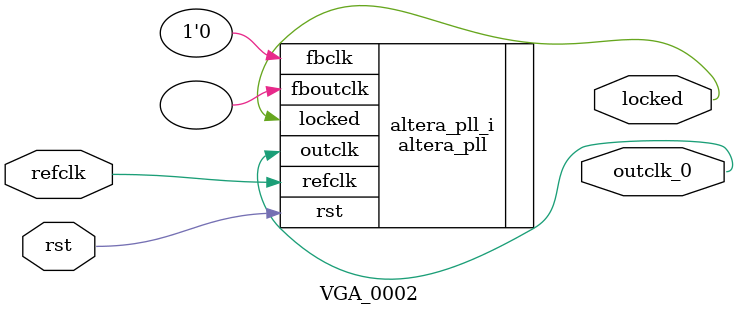
<source format=v>
`timescale 1ns/10ps
module  VGA_0002(

	// interface 'refclk'
	input wire refclk,

	// interface 'reset'
	input wire rst,

	// interface 'outclk0'
	output wire outclk_0,

	// interface 'locked'
	output wire locked
);

	altera_pll #(
		.fractional_vco_multiplier("false"),
		.reference_clock_frequency("50.0 MHz"),
		.operation_mode("direct"),
		.number_of_clocks(1),
		.output_clock_frequency0("25.175644 MHz"),
		.phase_shift0("0 ps"),
		.duty_cycle0(50),
		.output_clock_frequency1("0 MHz"),
		.phase_shift1("0 ps"),
		.duty_cycle1(50),
		.output_clock_frequency2("0 MHz"),
		.phase_shift2("0 ps"),
		.duty_cycle2(50),
		.output_clock_frequency3("0 MHz"),
		.phase_shift3("0 ps"),
		.duty_cycle3(50),
		.output_clock_frequency4("0 MHz"),
		.phase_shift4("0 ps"),
		.duty_cycle4(50),
		.output_clock_frequency5("0 MHz"),
		.phase_shift5("0 ps"),
		.duty_cycle5(50),
		.output_clock_frequency6("0 MHz"),
		.phase_shift6("0 ps"),
		.duty_cycle6(50),
		.output_clock_frequency7("0 MHz"),
		.phase_shift7("0 ps"),
		.duty_cycle7(50),
		.output_clock_frequency8("0 MHz"),
		.phase_shift8("0 ps"),
		.duty_cycle8(50),
		.output_clock_frequency9("0 MHz"),
		.phase_shift9("0 ps"),
		.duty_cycle9(50),
		.output_clock_frequency10("0 MHz"),
		.phase_shift10("0 ps"),
		.duty_cycle10(50),
		.output_clock_frequency11("0 MHz"),
		.phase_shift11("0 ps"),
		.duty_cycle11(50),
		.output_clock_frequency12("0 MHz"),
		.phase_shift12("0 ps"),
		.duty_cycle12(50),
		.output_clock_frequency13("0 MHz"),
		.phase_shift13("0 ps"),
		.duty_cycle13(50),
		.output_clock_frequency14("0 MHz"),
		.phase_shift14("0 ps"),
		.duty_cycle14(50),
		.output_clock_frequency15("0 MHz"),
		.phase_shift15("0 ps"),
		.duty_cycle15(50),
		.output_clock_frequency16("0 MHz"),
		.phase_shift16("0 ps"),
		.duty_cycle16(50),
		.output_clock_frequency17("0 MHz"),
		.phase_shift17("0 ps"),
		.duty_cycle17(50),
		.pll_type("General"),
		.pll_subtype("General")
	) altera_pll_i (
		.rst	(rst),
		.outclk	({outclk_0}),
		.locked	(locked),
		.fboutclk	( ),
		.fbclk	(1'b0),
		.refclk	(refclk)
	);
endmodule


</source>
